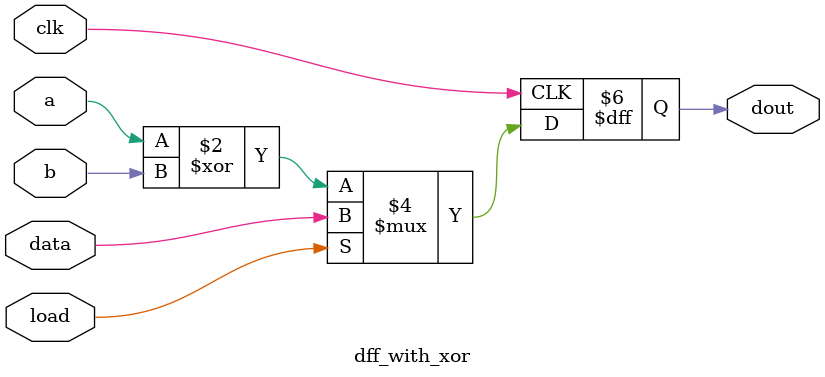
<source format=v>
module top_module(
    input clk,
    input load,
    input [511:0] data,
    output [511:0] q ); 
    
    reg [512:-1] current_state;
    assign current_state[-1]  = 1'b0;
    assign current_state[512] = 1'b0;
    
    always @ (load or current_state)
        begin
            if (load)
                current_state[511:0] <= data;
            else
                current_state[511:0] <= q[511:0];   
        end
    
    genvar i;
    generate 
        for(i = 0; i<512; i=i+1)
        	begin : Label
                dff_with_xor dut (clk, current_state[i-1], current_state[i+1], load, data[i], q[i]);
        	end
    endgenerate
    
endmodule

module dff_with_xor(input clk,
                    input a,
                    input b,
                    input load,
                    input data,
                    output reg dout
                   );
    
    always @ (posedge clk)
        begin
            if (load)
                dout <= data;
            else
            	dout <= a^b;
        end
    
endmodule

</source>
